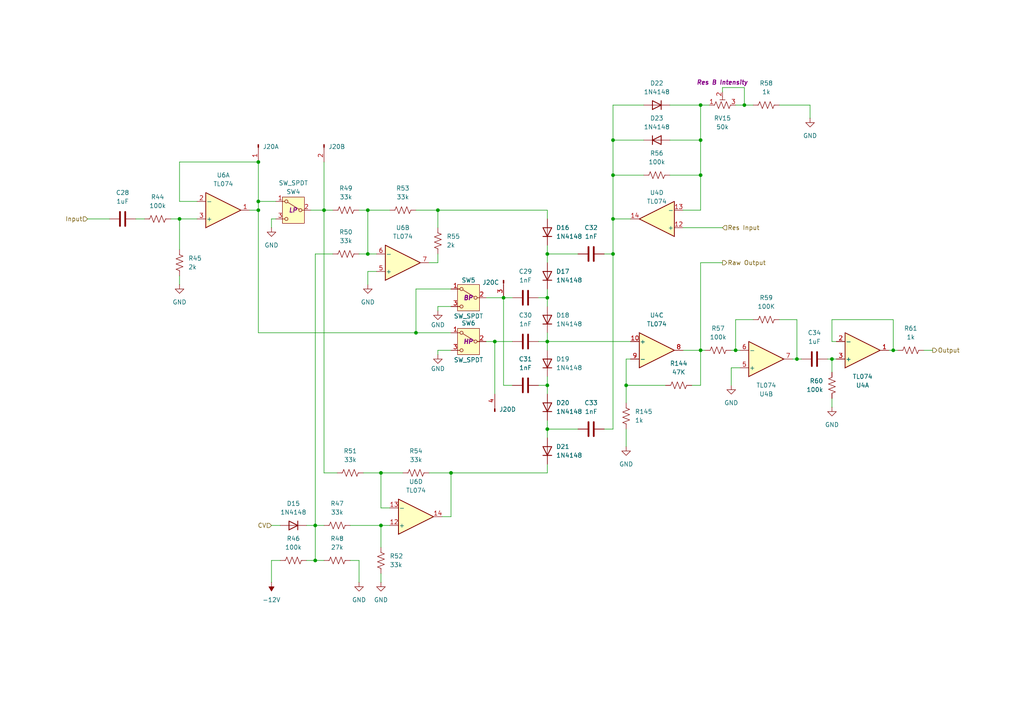
<source format=kicad_sch>
(kicad_sch (version 20250114) (generator "eeschema") (generator_version "9.0")
  (paper "A4")
  (title_block (company "DMH Instruments") (comment 1 "PCB for 15cm Kosmo format synthesizer module"))
  (lib_symbols
    (symbol "Amplifier_Operational:TL074" (pin_names (offset 0.127))
      (property "Reference" "U" (at 0 5.08 0))
      (property "Value" "TL074" (at 0 -5.08 0))
      (symbol "TL074_1_1"
        (polyline (pts (xy -5.08 5.08) (xy 5.08 0) (xy -5.08 -5.08) (xy -5.08 5.08)) (stroke (width 0.254)) (fill (type background)))
        (pin input line (at -7.62 2.54 0) (length 2.54) (name "+") (number "3"))
        (pin input line (at -7.62 -2.54 0) (length 2.54) (name "-") (number "2"))
        (pin output line (at 7.62 0 180) (length 2.54) (name "~") (number "1"))
      )
      (symbol "TL074_2_1"
        (polyline (pts (xy -5.08 5.08) (xy 5.08 0) (xy -5.08 -5.08) (xy -5.08 5.08)) (stroke (width 0.254)) (fill (type background)))
        (pin input line (at -7.62 2.54 0) (length 2.54) (name "+") (number "5"))
        (pin input line (at -7.62 -2.54 0) (length 2.54) (name "-") (number "6"))
        (pin output line (at 7.62 0 180) (length 2.54) (name "~") (number "7"))
      )
      (symbol "TL074_3_1"
        (polyline (pts (xy -5.08 5.08) (xy 5.08 0) (xy -5.08 -5.08) (xy -5.08 5.08)) (stroke (width 0.254)) (fill (type background)))
        (pin input line (at -7.62 2.54 0) (length 2.54) (name "+") (number "10"))
        (pin input line (at -7.62 -2.54 0) (length 2.54) (name "-") (number "9"))
        (pin output line (at 7.62 0 180) (length 2.54) (name "~") (number "8"))
      )
      (symbol "TL074_4_1"
        (polyline (pts (xy -5.08 5.08) (xy 5.08 0) (xy -5.08 -5.08) (xy -5.08 5.08)) (stroke (width 0.254)) (fill (type background)))
        (pin input line (at -7.62 2.54 0) (length 2.54) (name "+") (number "12"))
        (pin input line (at -7.62 -2.54 0) (length 2.54) (name "-") (number "13"))
        (pin output line (at 7.62 0 180) (length 2.54) (name "~") (number "14"))
      )
      (symbol "TL074_5_1"
        (pin power_in line (at -2.54 7.62 270) (length 3.81) (name "V+") (number "4"))
        (pin power_in line (at -2.54 -7.62 90) (length 3.81) (name "V-") (number "11"))
      )
    )
    (symbol "Device:C" (pin_numbers (hide yes)) (pin_names (offset 0.254))
      (property "Reference" "C" (at 0.635 2.54 0))
      (property "Value" "C" (at 0.635 -2.54 0))
      (symbol "C_0_1"
        (polyline (pts (xy -2.032 0.762) (xy 2.032 0.762)) (stroke (width 0.508)))
        (polyline (pts (xy -2.032 -0.762) (xy 2.032 -0.762)) (stroke (width 0.508)))
      )
      (symbol "C_1_1"
        (pin passive line (at 0 3.81 270) (length 2.794) (name "~") (number "1"))
        (pin passive line (at 0 -3.81 90) (length 2.794) (name "~") (number "2"))
      )
    )
    (symbol "Device:R_Potentiometer_Trim_US" (pin_names (offset 1.016) (hide yes))
      (property "Reference" "RV" (at -4.445 0 90))
      (property "Value" "R_Potentiometer_Trim_US" (at -2.54 0 90))
      (symbol "R_Potentiometer_Trim_US_0_1"
        (polyline (pts (xy 0 2.286) (xy 0 2.54)))
        (polyline (pts (xy 0 2.286) (xy 1.016 1.905) (xy 0 1.524) (xy -1.016 1.143) (xy 0 0.762)))
        (polyline (pts (xy 0 0.762) (xy 1.016 0.381) (xy 0 0) (xy -1.016 -0.381) (xy 0 -0.762)))
        (polyline (pts (xy 0 -0.762) (xy 1.016 -1.143) (xy 0 -1.524) (xy -1.016 -1.905) (xy 0 -2.286)))
        (polyline (pts (xy 0 -2.286) (xy 0 -2.54)))
        (polyline (pts (xy 1.524 0.762) (xy 1.524 -0.762)))
        (polyline (pts (xy 2.54 0) (xy 1.524 0)))
      )
      (symbol "R_Potentiometer_Trim_US_1_1"
        (pin passive line (at 0 3.81 270) (length 1.27) (name "1") (number "1"))
        (pin passive line (at 0 -3.81 90) (length 1.27) (name "3") (number "3"))
        (pin passive line (at 3.81 0 180) (length 1.27) (name "2") (number "2"))
      )
    )
    (symbol "Device:R_US" (pin_numbers (hide yes)) (pin_names (offset 0))
      (property "Reference" "R" (at 2.54 0 90))
      (property "Value" "R_US" (at -2.54 0 90))
      (symbol "R_US_0_1"
        (polyline (pts (xy 0 2.286) (xy 0 2.54)))
        (polyline (pts (xy 0 2.286) (xy 1.016 1.905) (xy 0 1.524) (xy -1.016 1.143) (xy 0 0.762)))
        (polyline (pts (xy 0 0.762) (xy 1.016 0.381) (xy 0 0) (xy -1.016 -0.381) (xy 0 -0.762)))
        (polyline (pts (xy 0 -0.762) (xy 1.016 -1.143) (xy 0 -1.524) (xy -1.016 -1.905) (xy 0 -2.286)))
        (polyline (pts (xy 0 -2.286) (xy 0 -2.54)))
      )
      (symbol "R_US_1_1"
        (pin passive line (at 0 3.81 270) (length 1.27) (name "~") (number "1"))
        (pin passive line (at 0 -3.81 90) (length 1.27) (name "~") (number "2"))
      )
    )
    (symbol "Diode:1N4148" (pin_numbers (hide yes)) (pin_names (hide yes))
      (property "Reference" "D" (at 0 2.54 0))
      (property "Value" "1N4148" (at 0 -2.54 0))
      (symbol "1N4148_0_1"
        (polyline (pts (xy -1.27 1.27) (xy -1.27 -1.27)) (stroke (width 0.254)))
        (polyline (pts (xy 1.27 1.27) (xy 1.27 -1.27) (xy -1.27 0) (xy 1.27 1.27)) (stroke (width 0.254)))
        (polyline (pts (xy 1.27 0) (xy -1.27 0)))
      )
      (symbol "1N4148_1_1"
        (pin passive line (at -3.81 0 0) (length 2.54) (name "K") (number "1"))
        (pin passive line (at 3.81 0 180) (length 2.54) (name "A") (number "2"))
      )
    )
    (symbol "Switch:SW_SPDT" (pin_names (offset 0) (hide yes))
      (property "Reference" "SW" (at 0 5.08 0))
      (property "Value" "SW_SPDT" (at 0 -5.08 0))
      (symbol "SW_SPDT_0_1"
        (circle (center -2.032 0) (radius 0.4572))
        (polyline (pts (xy -1.651 0.254) (xy 1.651 2.286)))
        (circle (center 2.032 2.54) (radius 0.4572))
        (circle (center 2.032 -2.54) (radius 0.4572))
      )
      (symbol "SW_SPDT_1_1"
        (rectangle (start -3.175 3.81) (end 3.175 -3.81) (fill (type background)))
        (pin passive line (at -5.08 0 0) (length 2.54) (name "B") (number "2"))
        (pin passive line (at 5.08 2.54 180) (length 2.54) (name "A") (number "1"))
        (pin passive line (at 5.08 -2.54 180) (length 2.54) (name "C") (number "3"))
      )
    )
    (symbol "SynthStuff:Conn_01x04_PinHeader" (pin_names (offset 1.016) (hide yes))
      (property "Reference" "J" (at 0 2.54 0))
      (symbol "Conn_01x04_PinHeader_1_1"
        (rectangle (start 0.8636 0.127) (end 0 -0.127) (stroke (width 0.1524)) (fill (type outline)))
        (polyline (pts (xy 1.27 0) (xy 0.8636 0)) (stroke (width 0.1524)))
        (pin passive line (at 5.08 0 180) (length 3.81) (name "Pin_1") (number "1"))
      )
      (symbol "Conn_01x04_PinHeader_2_1"
        (rectangle (start 0.8636 0.127) (end 0 -0.127) (stroke (width 0.1524)) (fill (type outline)))
        (polyline (pts (xy 1.27 0) (xy 0.8636 0)) (stroke (width 0.1524)))
        (pin passive line (at 5.08 0 180) (length 3.81) (name "Pin_2") (number "2"))
      )
      (symbol "Conn_01x04_PinHeader_3_1"
        (rectangle (start 0.8636 0.127) (end 0 -0.127) (stroke (width 0.1524)) (fill (type outline)))
        (polyline (pts (xy 1.27 0) (xy 0.8636 0)) (stroke (width 0.1524)))
        (pin passive line (at 5.08 0 180) (length 3.81) (name "Pin_3") (number "3"))
      )
      (symbol "Conn_01x04_PinHeader_4_1"
        (rectangle (start 0.8636 0.127) (end 0 -0.127) (stroke (width 0.1524)) (fill (type outline)))
        (polyline (pts (xy 1.27 0) (xy 0.8636 0)) (stroke (width 0.1524)))
        (pin passive line (at 5.08 0 180) (length 3.81) (name "Pin_4") (number "4"))
      )
    )
    (symbol "power:-12V" (power) (pin_numbers (hide yes)) (pin_names (offset 0) (hide yes))
      (property "Value" "-12V" (at 0 3.556 0))
      (symbol "-12V_0_0"
        (pin power_in line (at 0 0 90) (length 0) (name "~") (number "1"))
      )
      (symbol "-12V_0_1"
        (polyline (pts (xy 0 0) (xy 0 1.27) (xy 0.762 1.27) (xy 0 2.54) (xy -0.762 1.27) (xy 0 1.27)) (fill (type outline)))
      )
    )
    (symbol "power:GND" (power) (pin_numbers (hide yes)) (pin_names (offset 0) (hide yes))
      (property "Value" "GND" (at 0 -3.81 0))
      (symbol "GND_0_1"
        (polyline (pts (xy 0 0) (xy 0 -1.27) (xy 1.27 -1.27) (xy 0 -2.54) (xy -1.27 -1.27) (xy 0 -1.27)))
      )
      (symbol "GND_1_1"
        (pin power_in line (at 0 0 270) (length 0) (name "~") (number "1"))
      )
    )
  )
  (junction (at 110.49 137.16))
  (junction (at 74.93 58.42))
  (junction (at 213.36 101.6))
  (junction (at 241.3 104.14))
  (junction (at 177.8 63.5))
  (junction (at 110.49 152.4))
  (junction (at 231.14 104.14))
  (junction (at 259.08 101.6))
  (junction (at 177.8 50.8))
  (junction (at 181.61 111.76))
  (junction (at 177.8 40.64))
  (junction (at 106.68 73.66))
  (junction (at 143.51 99.06))
  (junction (at 52.07 63.5))
  (junction (at 203.2 30.48))
  (junction (at 74.93 60.96))
  (junction (at 130.81 137.16))
  (junction (at 93.98 60.96))
  (junction (at 158.75 124.46))
  (junction (at 203.2 40.64))
  (junction (at 158.75 99.06))
  (junction (at 158.75 73.66))
  (junction (at 158.75 111.76))
  (junction (at 91.44 152.4))
  (junction (at 203.2 101.6))
  (junction (at 74.93 46.99))
  (junction (at 177.8 73.66))
  (junction (at 146.05 86.36))
  (junction (at 120.65 96.52))
  (junction (at 203.2 50.8))
  (junction (at 106.68 60.96))
  (junction (at 91.44 162.56))
  (junction (at 215.9 30.48))
  (junction (at 158.75 86.36))
  (junction (at 127 60.96))
  (wire (pts (xy 203.2 30.48) (xy 205.74 30.48)))
  (wire (pts (xy 120.65 83.82) (xy 130.81 83.82)))
  (wire (pts (xy 181.61 124.46) (xy 181.61 129.54)))
  (wire (pts (xy 143.51 99.06) (xy 143.51 114.3)))
  (wire (pts (xy 78.74 162.56) (xy 78.74 168.91)))
  (wire (pts (xy 106.68 60.96) (xy 106.68 73.66)))
  (wire (pts (xy 241.3 115.57) (xy 241.3 118.11)))
  (wire (pts (xy 156.21 111.76) (xy 158.75 111.76)))
  (wire (pts (xy 106.68 73.66) (xy 109.22 73.66)))
  (wire (pts (xy 130.81 96.52) (xy 120.65 96.52)))
  (wire (pts (xy 91.44 152.4) (xy 91.44 162.56)))
  (wire (pts (xy 52.07 63.5) (xy 57.15 63.5)))
  (wire (pts (xy 186.69 50.8) (xy 177.8 50.8)))
  (wire (pts (xy 259.08 101.6) (xy 257.81 101.6)))
  (wire (pts (xy 213.36 92.71) (xy 213.36 101.6)))
  (wire (pts (xy 130.81 149.86) (xy 128.27 149.86)))
  (wire (pts (xy 158.75 96.52) (xy 158.75 99.06)))
  (wire (pts (xy 175.26 124.46) (xy 177.8 124.46)))
  (wire (pts (xy 158.75 83.82) (xy 158.75 86.36)))
  (wire (pts (xy 231.14 104.14) (xy 232.41 104.14)))
  (wire (pts (xy 209.55 25.4) (xy 215.9 25.4)))
  (wire (pts (xy 130.81 137.16) (xy 130.81 149.86)))
  (wire (pts (xy 215.9 30.48) (xy 218.44 30.48)))
  (wire (pts (xy 158.75 111.76) (xy 158.75 114.3)))
  (wire (pts (xy 109.22 78.74) (xy 106.68 78.74)))
  (wire (pts (xy 104.14 162.56) (xy 104.14 168.91)))
  (wire (pts (xy 203.2 30.48) (xy 203.2 40.64)))
  (wire (pts (xy 203.2 40.64) (xy 203.2 50.8)))
  (wire (pts (xy 80.01 63.5) (xy 78.74 63.5)))
  (wire (pts (xy 120.65 96.52) (xy 120.65 83.82)))
  (wire (pts (xy 177.8 50.8) (xy 177.8 63.5)))
  (wire (pts (xy 241.3 104.14) (xy 242.57 104.14)))
  (wire (pts (xy 52.07 58.42) (xy 57.15 58.42)))
  (wire (pts (xy 212.09 101.6) (xy 213.36 101.6)))
  (wire (pts (xy 181.61 111.76) (xy 181.61 116.84)))
  (wire (pts (xy 240.03 104.14) (xy 241.3 104.14)))
  (wire (pts (xy 259.08 101.6) (xy 260.35 101.6)))
  (wire (pts (xy 72.39 60.96) (xy 74.93 60.96)))
  (wire (pts (xy 110.49 152.4) (xy 113.03 152.4)))
  (wire (pts (xy 140.97 99.06) (xy 143.51 99.06)))
  (wire (pts (xy 120.65 60.96) (xy 127 60.96)))
  (wire (pts (xy 181.61 111.76) (xy 193.04 111.76)))
  (wire (pts (xy 167.64 73.66) (xy 158.75 73.66)))
  (wire (pts (xy 231.14 92.71) (xy 231.14 104.14)))
  (wire (pts (xy 158.75 99.06) (xy 182.88 99.06)))
  (wire (pts (xy 182.88 63.5) (xy 177.8 63.5)))
  (wire (pts (xy 198.12 101.6) (xy 203.2 101.6)))
  (wire (pts (xy 146.05 86.36) (xy 146.05 111.76)))
  (wire (pts (xy 156.21 86.36) (xy 158.75 86.36)))
  (wire (pts (xy 52.07 46.99) (xy 52.07 58.42)))
  (wire (pts (xy 229.87 104.14) (xy 231.14 104.14)))
  (wire (pts (xy 74.93 46.99) (xy 52.07 46.99)))
  (wire (pts (xy 241.3 104.14) (xy 241.3 107.95)))
  (wire (pts (xy 93.98 60.96) (xy 96.52 60.96)))
  (wire (pts (xy 203.2 101.6) (xy 204.47 101.6)))
  (wire (pts (xy 215.9 25.4) (xy 215.9 30.48)))
  (wire (pts (xy 213.36 101.6) (xy 214.63 101.6)))
  (wire (pts (xy 181.61 104.14) (xy 181.61 111.76)))
  (wire (pts (xy 186.69 30.48) (xy 177.8 30.48)))
  (wire (pts (xy 127 88.9) (xy 130.81 88.9)))
  (wire (pts (xy 105.41 137.16) (xy 110.49 137.16)))
  (wire (pts (xy 74.93 58.42) (xy 74.93 46.99)))
  (wire (pts (xy 110.49 152.4) (xy 110.49 158.75)))
  (wire (pts (xy 218.44 92.71) (xy 213.36 92.71)))
  (wire (pts (xy 101.6 152.4) (xy 110.49 152.4)))
  (wire (pts (xy 234.95 30.48) (xy 234.95 34.29)))
  (wire (pts (xy 81.28 162.56) (xy 78.74 162.56)))
  (wire (pts (xy 127 90.17) (xy 127 88.9)))
  (wire (pts (xy 127 60.96) (xy 127 66.04)))
  (wire (pts (xy 158.75 137.16) (xy 130.81 137.16)))
  (wire (pts (xy 146.05 111.76) (xy 148.59 111.76)))
  (wire (pts (xy 203.2 60.96) (xy 198.12 60.96)))
  (wire (pts (xy 214.63 106.68) (xy 212.09 106.68)))
  (wire (pts (xy 158.75 60.96) (xy 127 60.96)))
  (wire (pts (xy 91.44 152.4) (xy 93.98 152.4)))
  (wire (pts (xy 226.06 92.71) (xy 231.14 92.71)))
  (wire (pts (xy 127 101.6) (xy 127 102.87)))
  (wire (pts (xy 158.75 86.36) (xy 158.75 88.9)))
  (wire (pts (xy 200.66 111.76) (xy 203.2 111.76)))
  (wire (pts (xy 267.97 101.6) (xy 270.51 101.6)))
  (wire (pts (xy 177.8 73.66) (xy 177.8 124.46)))
  (wire (pts (xy 213.36 30.48) (xy 215.9 30.48)))
  (wire (pts (xy 106.68 60.96) (xy 113.03 60.96)))
  (wire (pts (xy 226.06 30.48) (xy 234.95 30.48)))
  (wire (pts (xy 93.98 46.99) (xy 93.98 60.96)))
  (wire (pts (xy 124.46 76.2) (xy 127 76.2)))
  (wire (pts (xy 104.14 60.96) (xy 106.68 60.96)))
  (wire (pts (xy 88.9 162.56) (xy 91.44 162.56)))
  (wire (pts (xy 78.74 152.4) (xy 81.28 152.4)))
  (wire (pts (xy 140.97 86.36) (xy 146.05 86.36)))
  (wire (pts (xy 158.75 99.06) (xy 158.75 101.6)))
  (wire (pts (xy 110.49 137.16) (xy 116.84 137.16)))
  (wire (pts (xy 181.61 104.14) (xy 182.88 104.14)))
  (wire (pts (xy 91.44 162.56) (xy 93.98 162.56)))
  (wire (pts (xy 203.2 101.6) (xy 203.2 111.76)))
  (wire (pts (xy 156.21 99.06) (xy 158.75 99.06)))
  (wire (pts (xy 49.53 63.5) (xy 52.07 63.5)))
  (wire (pts (xy 242.57 99.06) (xy 241.3 99.06)))
  (wire (pts (xy 127 76.2) (xy 127 73.66)))
  (wire (pts (xy 110.49 137.16) (xy 110.49 147.32)))
  (wire (pts (xy 177.8 63.5) (xy 177.8 73.66)))
  (wire (pts (xy 25.4 63.5) (xy 31.75 63.5)))
  (wire (pts (xy 194.31 30.48) (xy 203.2 30.48)))
  (wire (pts (xy 158.75 109.22) (xy 158.75 111.76)))
  (wire (pts (xy 91.44 73.66) (xy 91.44 152.4)))
  (wire (pts (xy 90.17 60.96) (xy 93.98 60.96)))
  (wire (pts (xy 96.52 73.66) (xy 91.44 73.66)))
  (wire (pts (xy 124.46 137.16) (xy 130.81 137.16)))
  (wire (pts (xy 241.3 92.71) (xy 259.08 92.71)))
  (wire (pts (xy 194.31 50.8) (xy 203.2 50.8)))
  (wire (pts (xy 175.26 73.66) (xy 177.8 73.66)))
  (wire (pts (xy 186.69 40.64) (xy 177.8 40.64)))
  (wire (pts (xy 78.74 63.5) (xy 78.74 66.04)))
  (wire (pts (xy 74.93 96.52) (xy 120.65 96.52)))
  (wire (pts (xy 101.6 162.56) (xy 104.14 162.56)))
  (wire (pts (xy 52.07 80.01) (xy 52.07 82.55)))
  (wire (pts (xy 39.37 63.5) (xy 41.91 63.5)))
  (wire (pts (xy 158.75 63.5) (xy 158.75 60.96)))
  (wire (pts (xy 148.59 86.36) (xy 146.05 86.36)))
  (wire (pts (xy 177.8 30.48) (xy 177.8 40.64)))
  (wire (pts (xy 93.98 137.16) (xy 97.79 137.16)))
  (wire (pts (xy 177.8 40.64) (xy 177.8 50.8)))
  (wire (pts (xy 158.75 73.66) (xy 158.75 76.2)))
  (wire (pts (xy 143.51 99.06) (xy 148.59 99.06)))
  (wire (pts (xy 74.93 60.96) (xy 74.93 58.42)))
  (wire (pts (xy 106.68 78.74) (xy 106.68 82.55)))
  (wire (pts (xy 110.49 166.37) (xy 110.49 168.91)))
  (wire (pts (xy 52.07 63.5) (xy 52.07 72.39)))
  (wire (pts (xy 198.12 66.04) (xy 209.55 66.04)))
  (wire (pts (xy 241.3 99.06) (xy 241.3 92.71)))
  (wire (pts (xy 158.75 121.92) (xy 158.75 124.46)))
  (wire (pts (xy 158.75 71.12) (xy 158.75 73.66)))
  (wire (pts (xy 259.08 92.71) (xy 259.08 101.6)))
  (wire (pts (xy 130.81 101.6) (xy 127 101.6)))
  (wire (pts (xy 104.14 73.66) (xy 106.68 73.66)))
  (wire (pts (xy 158.75 134.62) (xy 158.75 137.16)))
  (wire (pts (xy 110.49 147.32) (xy 113.03 147.32)))
  (wire (pts (xy 158.75 124.46) (xy 158.75 127)))
  (wire (pts (xy 203.2 50.8) (xy 203.2 60.96)))
  (wire (pts (xy 74.93 60.96) (xy 74.93 96.52)))
  (wire (pts (xy 88.9 152.4) (xy 91.44 152.4)))
  (wire (pts (xy 194.31 40.64) (xy 203.2 40.64)))
  (wire (pts (xy 93.98 60.96) (xy 93.98 137.16)))
  (wire (pts (xy 209.55 26.67) (xy 209.55 25.4)))
  (wire (pts (xy 158.75 124.46) (xy 167.64 124.46)))
  (wire (pts (xy 74.93 58.42) (xy 80.01 58.42)))
  (wire (pts (xy 203.2 76.2) (xy 209.55 76.2)))
  (wire (pts (xy 212.09 106.68) (xy 212.09 111.76)))
  (wire (pts (xy 203.2 76.2) (xy 203.2 101.6)))
  (hierarchical_label "Res Input" (shape input) (at 209.55 66.04 0))
  (hierarchical_label "Output" (shape output) (at 270.51 101.6 0))
  (hierarchical_label "CV" (shape input) (at 78.74 152.4 180))
  (hierarchical_label "Raw Output" (shape output) (at 209.55 76.2 0))
  (hierarchical_label "Input" (shape input) (at 25.4 63.5 180))
  (symbol (lib_id "Device:R_US") (at 85.09 162.56 90) (unit 1)
    (property "Reference" "R46" (at 85.09 156.21 90))
    (property "Value" "100k" (at 85.09 158.75 90))
    (property "Footprint" "Resistor_THT:R_Axial_DIN0207_L6.3mm_D2.5mm_P7.62mm_Horizontal" (effects (hide yes)))
    (property "Description" "Resistor, US symbol" (effects (hide yes)))
  )
  (symbol (lib_id "power:-12V") (at 78.74 168.91 180) (unit 1)
    (property "Reference" "#PWR046" (effects (hide yes)))
    (property "Value" "-12V" (at 78.74 173.99 0))
    (property "Description" "Power symbol creates a global label with name \"-12V\"" (effects (hide yes)))
  )
  (symbol (lib_id "Device:C") (at 152.4 99.06 90) (unit 1)
    (property "Reference" "C30" (at 152.4 91.44 90))
    (property "Value" "1nF" (at 152.4 93.98 90))
    (property "Footprint" "Capacitor_THT:C_Disc_D4.3mm_W1.9mm_P5.00mm" (effects (hide yes)))
    (property "Description" "Unpolarized capacitor" (effects (hide yes)))
  )
  (symbol (lib_id "SynthStuff:Conn_01x04_PinHeader") (at 74.93 41.91 270) (unit 1)
    (property "Reference" "J20" (at 76.2 42.5449 90) (effects (justify left)))
    (property "Value" "Conn_01x04_PinHeader" (effects (hide yes)))
    (property "Footprint" "Connector_PinHeader_2.54mm:PinHeader_1x04_P2.54mm_Vertical" (effects (hide yes)))
    (property "Description" "Generic connector, single row, 01x04" (effects (hide yes)))
  )
  (symbol (lib_id "Device:R_US") (at 52.07 76.2 180) (unit 1)
    (property "Reference" "R45" (at 54.61 74.9299 0) (effects (justify right)))
    (property "Value" "2k" (at 54.61 77.4699 0) (effects (justify right)))
    (property "Footprint" "Resistor_THT:R_Axial_DIN0207_L6.3mm_D2.5mm_P7.62mm_Horizontal" (effects (hide yes)))
    (property "Description" "Resistor, US symbol" (effects (hide yes)))
  )
  (symbol (lib_id "Device:R_US") (at 127 69.85 180) (unit 1)
    (property "Reference" "R55" (at 129.54 68.5799 0) (effects (justify right)))
    (property "Value" "2k" (at 129.54 71.1199 0) (effects (justify right)))
    (property "Footprint" "Resistor_THT:R_Axial_DIN0207_L6.3mm_D2.5mm_P7.62mm_Horizontal" (effects (hide yes)))
    (property "Description" "Resistor, US symbol" (effects (hide yes)))
  )
  (symbol (lib_id "Device:R_US") (at 100.33 73.66 90) (unit 1)
    (property "Reference" "R50" (at 100.33 67.31 90))
    (property "Value" "33k" (at 100.33 69.85 90))
    (property "Footprint" "Resistor_THT:R_Axial_DIN0207_L6.3mm_D2.5mm_P7.62mm_Horizontal" (effects (hide yes)))
    (property "Description" "Resistor, US symbol" (effects (hide yes)))
  )
  (symbol (lib_id "power:GND") (at 241.3 118.11 0) (unit 1)
    (property "Reference" "#PWR054" (effects (hide yes)))
    (property "Value" "GND" (at 241.3 123.19 0))
    (property "Description" "Power symbol creates a global label with name \"GND\" , ground" (effects (hide yes)))
  )
  (symbol (lib_id "Device:R_US") (at 196.85 111.76 90) (unit 1)
    (property "Reference" "R144" (at 196.85 105.41 90))
    (property "Value" "47K" (at 196.85 107.95 90))
    (property "Footprint" "Resistor_THT:R_Axial_DIN0207_L6.3mm_D2.5mm_P7.62mm_Horizontal" (effects (hide yes)))
    (property "Description" "Resistor, US symbol" (effects (hide yes)))
  )
  (symbol (lib_id "Device:C") (at 152.4 111.76 90) (unit 1)
    (property "Reference" "C31" (at 152.4 104.14 90))
    (property "Value" "1nF" (at 152.4 106.68 90))
    (property "Footprint" "Capacitor_THT:C_Disc_D4.3mm_W1.9mm_P5.00mm" (effects (hide yes)))
    (property "Description" "Unpolarized capacitor" (effects (hide yes)))
  )
  (symbol (lib_id "Device:C") (at 35.56 63.5 90) (unit 1)
    (property "Reference" "C28" (at 35.56 55.88 90))
    (property "Value" "1uF" (at 35.56 58.42 90))
    (property "Footprint" "Capacitor_THT:C_Disc_D4.3mm_W1.9mm_P5.00mm" (effects (hide yes)))
    (property "Description" "Unpolarized capacitor" (effects (hide yes)))
  )
  (symbol (lib_id "Device:C") (at 152.4 86.36 90) (unit 1)
    (property "Reference" "C29" (at 152.4 78.74 90))
    (property "Value" "1nF" (at 152.4 81.28 90))
    (property "Footprint" "Capacitor_THT:C_Disc_D4.3mm_W1.9mm_P5.00mm" (effects (hide yes)))
    (property "Description" "Unpolarized capacitor" (effects (hide yes)))
  )
  (symbol (lib_id "Switch:SW_SPDT") (at 135.89 86.36 0) (mirror y) (unit 1) (on_board no)
    (property "Reference" "SW5" (at 135.89 81.28 0))
    (property "Value" "SW_SPDT" (at 135.89 91.694 0))
    (property "Footprint" "SynthStuff:Toggle_Switch_TE" (effects (hide yes)))
    (property "Description" "Switch, single pole double throw" (effects (hide yes)))
    (property "Function" "BP" (at 135.89 86.36 0) (effects (font (thickness 0.254) (bold yes) (italic yes))))
  )
  (symbol (lib_id "SynthStuff:Conn_01x04_PinHeader") (at 93.98 41.91 270) (unit 2)
    (property "Reference" "J20" (at 95.25 42.5449 90) (effects (justify left)))
    (property "Value" "Conn_01x04_PinHeader" (effects (hide yes)))
    (property "Footprint" "Connector_PinHeader_2.54mm:PinHeader_1x04_P2.54mm_Vertical" (effects (hide yes)))
    (property "Description" "Generic connector, single row, 01x04" (effects (hide yes)))
  )
  (symbol (lib_id "Device:C") (at 171.45 73.66 90) (unit 1)
    (property "Reference" "C32" (at 171.45 66.04 90))
    (property "Value" "1nF" (at 171.45 68.58 90))
    (property "Footprint" "Capacitor_THT:C_Disc_D4.3mm_W1.9mm_P5.00mm" (effects (hide yes)))
    (property "Description" "Unpolarized capacitor" (effects (hide yes)))
  )
  (symbol (lib_id "Amplifier_Operational:TL074") (at 190.5 63.5 180) (unit 4)
    (property "Reference" "U4" (at 190.5 55.88 0))
    (property "Value" "TL074" (at 190.5 58.42 0))
    (property "Footprint" "Package_DIP:DIP-14_W7.62mm_Socket" (effects (hide yes)))
    (property "Datasheet" "http://www.ti.com/lit/ds/symlink/tl071.pdf" (effects (hide yes)))
    (property "Description" "Quad Low-Noise JFET-Input Operational Amplifiers, DIP-14/SOIC-14" (effects (hide yes)))
  )
  (symbol (lib_id "Diode:1N4148") (at 190.5 30.48 180) (unit 1)
    (property "Reference" "D22" (at 190.5 24.13 0))
    (property "Value" "1N4148" (at 190.5 26.67 0))
    (property "Footprint" "Diode_THT:D_DO-35_SOD27_P7.62mm_Horizontal" (effects (hide yes)))
    (property "Datasheet" "https://assets.nexperia.com/documents/data-sheet/1N4148_1N4448.pdf" (effects (hide yes)))
    (property "Description" "100V 0.15A standard switching diode, DO-35" (effects (hide yes)))
    (property "Sim.Device" "D" (effects (hide yes)))
    (property "Sim.Pins" "1=K 2=A" (effects (hide yes)))
  )
  (symbol (lib_id "Device:R_US") (at 101.6 137.16 90) (unit 1)
    (property "Reference" "R51" (at 101.6 130.81 90))
    (property "Value" "33k" (at 101.6 133.35 90))
    (property "Footprint" "Resistor_THT:R_Axial_DIN0207_L6.3mm_D2.5mm_P7.62mm_Horizontal" (effects (hide yes)))
    (property "Description" "Resistor, US symbol" (effects (hide yes)))
  )
  (symbol (lib_id "Device:R_US") (at 110.49 162.56 180) (unit 1)
    (property "Reference" "R52" (at 113.03 161.2899 0) (effects (justify right)))
    (property "Value" "33k" (at 113.03 163.8299 0) (effects (justify right)))
    (property "Footprint" "Resistor_THT:R_Axial_DIN0207_L6.3mm_D2.5mm_P7.62mm_Horizontal" (effects (hide yes)))
    (property "Description" "Resistor, US symbol" (effects (hide yes)))
  )
  (symbol (lib_id "Diode:1N4148") (at 158.75 67.31 90) (unit 1)
    (property "Reference" "D16" (at 161.29 66.0399 90) (effects (justify right)))
    (property "Value" "1N4148" (at 161.29 68.5799 90) (effects (justify right)))
    (property "Footprint" "Diode_THT:D_DO-35_SOD27_P7.62mm_Horizontal" (effects (hide yes)))
    (property "Datasheet" "https://assets.nexperia.com/documents/data-sheet/1N4148_1N4448.pdf" (effects (hide yes)))
    (property "Description" "100V 0.15A standard switching diode, DO-35" (effects (hide yes)))
    (property "Sim.Device" "D" (effects (hide yes)))
    (property "Sim.Pins" "1=K 2=A" (effects (hide yes)))
  )
  (symbol (lib_id "Device:R_Potentiometer_Trim_US") (at 209.55 30.48 90) (unit 1)
    (property "Reference" "RV15" (at 209.55 34.29 90))
    (property "Value" "50k" (at 209.55 36.83 90))
    (property "Footprint" "Potentiometer_THT:Potentiometer_Bourns_3296W_Vertical" (effects (hide yes)))
    (property "Description" "Trim-potentiometer, US symbol" (effects (hide yes)))
    (property "Function" "Res B Intensity" (at 209.55 23.876 90) (effects (font (thickness 0.254) (bold yes) (italic yes))))
  )
  (symbol (lib_id "Amplifier_Operational:TL074") (at 250.19 101.6 0) (mirror x) (unit 1)
    (property "Reference" "U4" (at 250.19 111.76 0))
    (property "Value" "TL074" (at 250.19 109.22 0))
    (property "Footprint" "Package_DIP:DIP-14_W7.62mm_Socket" (effects (hide yes)))
    (property "Datasheet" "http://www.ti.com/lit/ds/symlink/tl071.pdf" (effects (hide yes)))
    (property "Description" "Quad Low-Noise JFET-Input Operational Amplifiers, DIP-14/SOIC-14" (effects (hide yes)))
  )
  (symbol (lib_id "Device:R_US") (at 97.79 152.4 90) (unit 1)
    (property "Reference" "R47" (at 97.79 146.05 90))
    (property "Value" "33k" (at 97.79 148.59 90))
    (property "Footprint" "Resistor_THT:R_Axial_DIN0207_L6.3mm_D2.5mm_P7.62mm_Horizontal" (effects (hide yes)))
    (property "Description" "Resistor, US symbol" (effects (hide yes)))
  )
  (symbol (lib_id "Switch:SW_SPDT") (at 135.89 99.06 0) (mirror y) (unit 1) (on_board no)
    (property "Reference" "SW6" (at 135.89 93.726 0))
    (property "Value" "SW_SPDT" (at 135.89 104.394 0))
    (property "Footprint" "SynthStuff:Toggle_Switch_TE" (effects (hide yes)))
    (property "Description" "Switch, single pole double throw" (effects (hide yes)))
    (property "Function" "HP" (at 135.89 99.06 0) (effects (font (thickness 0.254) (bold yes) (italic yes))))
  )
  (symbol (lib_id "Device:R_US") (at 97.79 162.56 90) (unit 1)
    (property "Reference" "R48" (at 97.79 156.21 90))
    (property "Value" "27k" (at 97.79 158.75 90))
    (property "Footprint" "Resistor_THT:R_Axial_DIN0207_L6.3mm_D2.5mm_P7.62mm_Horizontal" (effects (hide yes)))
    (property "Description" "Resistor, US symbol" (effects (hide yes)))
  )
  (symbol (lib_id "Diode:1N4148") (at 85.09 152.4 180) (unit 1)
    (property "Reference" "D15" (at 85.09 146.05 0))
    (property "Value" "1N4148" (at 85.09 148.59 0))
    (property "Footprint" "Diode_THT:D_DO-35_SOD27_P7.62mm_Horizontal" (effects (hide yes)))
    (property "Datasheet" "https://assets.nexperia.com/documents/data-sheet/1N4148_1N4448.pdf" (effects (hide yes)))
    (property "Description" "100V 0.15A standard switching diode, DO-35" (effects (hide yes)))
    (property "Sim.Device" "D" (effects (hide yes)))
    (property "Sim.Pins" "1=K 2=A" (effects (hide yes)))
  )
  (symbol (lib_id "power:GND") (at 127 90.17 0) (unit 1)
    (property "Reference" "#PWR050" (effects (hide yes)))
    (property "Value" "GND" (at 127 94.234 0))
    (property "Description" "Power symbol creates a global label with name \"GND\" , ground" (effects (hide yes)))
  )
  (symbol (lib_id "Amplifier_Operational:TL074") (at 222.25 104.14 0) (mirror x) (unit 2)
    (property "Reference" "U4" (at 222.25 114.3 0))
    (property "Value" "TL074" (at 222.25 111.76 0))
    (property "Footprint" "Package_DIP:DIP-14_W7.62mm_Socket" (effects (hide yes)))
    (property "Datasheet" "http://www.ti.com/lit/ds/symlink/tl071.pdf" (effects (hide yes)))
    (property "Description" "Quad Low-Noise JFET-Input Operational Amplifiers, DIP-14/SOIC-14" (effects (hide yes)))
  )
  (symbol (lib_id "power:GND") (at 181.61 129.54 0) (unit 1)
    (property "Reference" "#PWR0110" (effects (hide yes)))
    (property "Value" "GND" (at 181.61 134.62 0))
    (property "Description" "Power symbol creates a global label with name \"GND\" , ground" (effects (hide yes)))
  )
  (symbol (lib_id "Diode:1N4148") (at 158.75 118.11 90) (unit 1)
    (property "Reference" "D20" (at 161.29 116.8399 90) (effects (justify right)))
    (property "Value" "1N4148" (at 161.29 119.3799 90) (effects (justify right)))
    (property "Footprint" "Diode_THT:D_DO-35_SOD27_P7.62mm_Horizontal" (effects (hide yes)))
    (property "Datasheet" "https://assets.nexperia.com/documents/data-sheet/1N4148_1N4448.pdf" (effects (hide yes)))
    (property "Description" "100V 0.15A standard switching diode, DO-35" (effects (hide yes)))
    (property "Sim.Device" "D" (effects (hide yes)))
    (property "Sim.Pins" "1=K 2=A" (effects (hide yes)))
  )
  (symbol (lib_id "power:GND") (at 106.68 82.55 0) (unit 1)
    (property "Reference" "#PWR048" (effects (hide yes)))
    (property "Value" "GND" (at 106.68 87.63 0))
    (property "Description" "Power symbol creates a global label with name \"GND\" , ground" (effects (hide yes)))
  )
  (symbol (lib_id "Device:R_US") (at 222.25 30.48 90) (unit 1)
    (property "Reference" "R58" (at 222.25 24.13 90))
    (property "Value" "1k" (at 222.25 26.67 90))
    (property "Footprint" "Resistor_THT:R_Axial_DIN0207_L6.3mm_D2.5mm_P7.62mm_Horizontal" (effects (hide yes)))
    (property "Description" "Resistor, US symbol" (effects (hide yes)))
  )
  (symbol (lib_id "Diode:1N4148") (at 158.75 80.01 90) (unit 1)
    (property "Reference" "D17" (at 161.29 78.7399 90) (effects (justify right)))
    (property "Value" "1N4148" (at 161.29 81.2799 90) (effects (justify right)))
    (property "Footprint" "Diode_THT:D_DO-35_SOD27_P7.62mm_Horizontal" (effects (hide yes)))
    (property "Datasheet" "https://assets.nexperia.com/documents/data-sheet/1N4148_1N4448.pdf" (effects (hide yes)))
    (property "Description" "100V 0.15A standard switching diode, DO-35" (effects (hide yes)))
    (property "Sim.Device" "D" (effects (hide yes)))
    (property "Sim.Pins" "1=K 2=A" (effects (hide yes)))
  )
  (symbol (lib_id "Device:C") (at 171.45 124.46 90) (unit 1)
    (property "Reference" "C33" (at 171.45 116.84 90))
    (property "Value" "1nF" (at 171.45 119.38 90))
    (property "Footprint" "Capacitor_THT:C_Disc_D4.3mm_W1.9mm_P5.00mm" (effects (hide yes)))
    (property "Description" "Unpolarized capacitor" (effects (hide yes)))
  )
  (symbol (lib_id "Device:R_US") (at 241.3 111.76 0) (mirror x) (unit 1)
    (property "Reference" "R60" (at 238.76 110.4899 0) (effects (justify right)))
    (property "Value" "100k" (at 238.76 113.0299 0) (effects (justify right)))
    (property "Footprint" "Resistor_THT:R_Axial_DIN0207_L6.3mm_D2.5mm_P7.62mm_Horizontal" (effects (hide yes)))
    (property "Description" "Resistor, US symbol" (effects (hide yes)))
  )
  (symbol (lib_id "power:GND") (at 127 102.87 0) (unit 1)
    (property "Reference" "#PWR051" (effects (hide yes)))
    (property "Value" "GND" (at 127 106.934 0))
    (property "Description" "Power symbol creates a global label with name \"GND\" , ground" (effects (hide yes)))
  )
  (symbol (lib_id "Diode:1N4148") (at 190.5 40.64 0) (unit 1)
    (property "Reference" "D23" (at 190.5 34.29 0))
    (property "Value" "1N4148" (at 190.5 36.83 0))
    (property "Footprint" "Diode_THT:D_DO-35_SOD27_P7.62mm_Horizontal" (effects (hide yes)))
    (property "Datasheet" "https://assets.nexperia.com/documents/data-sheet/1N4148_1N4448.pdf" (effects (hide yes)))
    (property "Description" "100V 0.15A standard switching diode, DO-35" (effects (hide yes)))
    (property "Sim.Device" "D" (effects (hide yes)))
    (property "Sim.Pins" "1=K 2=A" (effects (hide yes)))
  )
  (symbol (lib_id "Device:R_US") (at 120.65 137.16 90) (unit 1)
    (property "Reference" "R54" (at 120.65 130.81 90))
    (property "Value" "33k" (at 120.65 133.35 90))
    (property "Footprint" "Resistor_THT:R_Axial_DIN0207_L6.3mm_D2.5mm_P7.62mm_Horizontal" (effects (hide yes)))
    (property "Description" "Resistor, US symbol" (effects (hide yes)))
  )
  (symbol (lib_id "Diode:1N4148") (at 158.75 130.81 90) (unit 1)
    (property "Reference" "D21" (at 161.29 129.5399 90) (effects (justify right)))
    (property "Value" "1N4148" (at 161.29 132.0799 90) (effects (justify right)))
    (property "Footprint" "Diode_THT:D_DO-35_SOD27_P7.62mm_Horizontal" (effects (hide yes)))
    (property "Datasheet" "https://assets.nexperia.com/documents/data-sheet/1N4148_1N4448.pdf" (effects (hide yes)))
    (property "Description" "100V 0.15A standard switching diode, DO-35" (effects (hide yes)))
    (property "Sim.Device" "D" (effects (hide yes)))
    (property "Sim.Pins" "1=K 2=A" (effects (hide yes)))
  )
  (symbol (lib_id "power:GND") (at 52.07 82.55 0) (unit 1)
    (property "Reference" "#PWR044" (effects (hide yes)))
    (property "Value" "GND" (at 52.07 87.63 0))
    (property "Description" "Power symbol creates a global label with name \"GND\" , ground" (effects (hide yes)))
  )
  (symbol (lib_id "SynthStuff:Conn_01x04_PinHeader") (at 143.51 119.38 270) (mirror x) (unit 4)
    (property "Reference" "J20" (at 144.78 118.7449 90) (effects (justify left)))
    (property "Value" "Conn_01x04_PinHeader" (effects (hide yes)))
    (property "Footprint" "Connector_PinHeader_2.54mm:PinHeader_1x04_P2.54mm_Vertical" (effects (hide yes)))
    (property "Description" "Generic connector, single row, 01x04" (effects (hide yes)))
  )
  (symbol (lib_id "Device:C") (at 236.22 104.14 90) (unit 1)
    (property "Reference" "C34" (at 236.22 96.52 90))
    (property "Value" "1uF" (at 236.22 99.06 90))
    (property "Footprint" "Capacitor_THT:C_Disc_D4.3mm_W1.9mm_P5.00mm" (effects (hide yes)))
    (property "Description" "Unpolarized capacitor" (effects (hide yes)))
  )
  (symbol (lib_id "SynthStuff:Conn_01x04_PinHeader") (at 146.05 81.28 270) (unit 3)
    (property "Reference" "J20" (at 144.78 81.9149 90) (effects (justify right)))
    (property "Value" "Conn_01x04_PinHeader" (effects (hide yes)))
    (property "Footprint" "Connector_PinHeader_2.54mm:PinHeader_1x04_P2.54mm_Vertical" (effects (hide yes)))
    (property "Description" "Generic connector, single row, 01x04" (effects (hide yes)))
  )
  (symbol (lib_id "power:GND") (at 212.09 111.76 0) (unit 1)
    (property "Reference" "#PWR052" (effects (hide yes)))
    (property "Value" "GND" (at 212.09 116.84 0))
    (property "Description" "Power symbol creates a global label with name \"GND\" , ground" (effects (hide yes)))
  )
  (symbol (lib_id "power:GND") (at 234.95 34.29 0) (unit 1)
    (property "Reference" "#PWR053" (effects (hide yes)))
    (property "Value" "GND" (at 234.95 39.37 0))
    (property "Description" "Power symbol creates a global label with name \"GND\" , ground" (effects (hide yes)))
  )
  (symbol (lib_id "power:GND") (at 104.14 168.91 0) (unit 1)
    (property "Reference" "#PWR047" (effects (hide yes)))
    (property "Value" "GND" (at 104.14 173.99 0))
    (property "Description" "Power symbol creates a global label with name \"GND\" , ground" (effects (hide yes)))
  )
  (symbol (lib_id "Amplifier_Operational:TL074") (at 190.5 101.6 0) (unit 3)
    (property "Reference" "U4" (at 190.5 91.44 0))
    (property "Value" "TL074" (at 190.5 93.98 0))
    (property "Footprint" "Package_DIP:DIP-14_W7.62mm_Socket" (effects (hide yes)))
    (property "Datasheet" "http://www.ti.com/lit/ds/symlink/tl071.pdf" (effects (hide yes)))
    (property "Description" "Quad Low-Noise JFET-Input Operational Amplifiers, DIP-14/SOIC-14" (effects (hide yes)))
  )
  (symbol (lib_id "Device:R_US") (at 190.5 50.8 90) (unit 1)
    (property "Reference" "R56" (at 190.5 44.45 90))
    (property "Value" "100k" (at 190.5 46.99 90))
    (property "Footprint" "Resistor_THT:R_Axial_DIN0207_L6.3mm_D2.5mm_P7.62mm_Horizontal" (effects (hide yes)))
    (property "Description" "Resistor, US symbol" (effects (hide yes)))
  )
  (symbol (lib_id "Amplifier_Operational:TL074") (at 116.84 76.2 0) (mirror x) (unit 2)
    (property "Reference" "U6" (at 116.84 66.04 0))
    (property "Value" "TL074" (at 116.84 68.58 0))
    (property "Footprint" "Package_DIP:DIP-14_W7.62mm_Socket" (effects (hide yes)))
    (property "Datasheet" "http://www.ti.com/lit/ds/symlink/tl071.pdf" (effects (hide yes)))
    (property "Description" "Quad Low-Noise JFET-Input Operational Amplifiers, DIP-14/SOIC-14" (effects (hide yes)))
  )
  (symbol (lib_id "Switch:SW_SPDT") (at 85.09 60.96 0) (mirror y) (unit 1) (on_board no)
    (property "Reference" "SW4" (at 85.09 55.626 0))
    (property "Value" "SW_SPDT" (at 85.09 53.086 0))
    (property "Footprint" "SynthStuff:Toggle_Switch_TE" (effects (hide yes)))
    (property "Description" "Switch, single pole double throw" (effects (hide yes)))
    (property "Function" "LP" (at 85.09 60.96 0) (effects (font (thickness 0.254) (bold yes) (italic yes))))
  )
  (symbol (lib_id "Device:R_US") (at 116.84 60.96 90) (unit 1)
    (property "Reference" "R53" (at 116.84 54.61 90))
    (property "Value" "33k" (at 116.84 57.15 90))
    (property "Footprint" "Resistor_THT:R_Axial_DIN0207_L6.3mm_D2.5mm_P7.62mm_Horizontal" (effects (hide yes)))
    (property "Description" "Resistor, US symbol" (effects (hide yes)))
  )
  (symbol (lib_id "Device:R_US") (at 45.72 63.5 90) (unit 1)
    (property "Reference" "R44" (at 45.72 57.15 90))
    (property "Value" "100k" (at 45.72 59.69 90))
    (property "Footprint" "Resistor_THT:R_Axial_DIN0207_L6.3mm_D2.5mm_P7.62mm_Horizontal" (effects (hide yes)))
    (property "Description" "Resistor, US symbol" (effects (hide yes)))
  )
  (symbol (lib_id "Diode:1N4148") (at 158.75 92.71 90) (unit 1)
    (property "Reference" "D18" (at 161.29 91.4399 90) (effects (justify right)))
    (property "Value" "1N4148" (at 161.29 93.9799 90) (effects (justify right)))
    (property "Footprint" "Diode_THT:D_DO-35_SOD27_P7.62mm_Horizontal" (effects (hide yes)))
    (property "Datasheet" "https://assets.nexperia.com/documents/data-sheet/1N4148_1N4448.pdf" (effects (hide yes)))
    (property "Description" "100V 0.15A standard switching diode, DO-35" (effects (hide yes)))
    (property "Sim.Device" "D" (effects (hide yes)))
    (property "Sim.Pins" "1=K 2=A" (effects (hide yes)))
  )
  (symbol (lib_id "Device:R_US") (at 222.25 92.71 90) (unit 1)
    (property "Reference" "R59" (at 222.25 86.36 90))
    (property "Value" "100K" (at 222.25 88.9 90))
    (property "Footprint" "Resistor_THT:R_Axial_DIN0207_L6.3mm_D2.5mm_P7.62mm_Horizontal" (effects (hide yes)))
    (property "Description" "Resistor, US symbol" (effects (hide yes)))
  )
  (symbol (lib_id "Amplifier_Operational:TL074") (at 120.65 149.86 0) (mirror x) (unit 4)
    (property "Reference" "U6" (at 120.65 139.7 0))
    (property "Value" "TL074" (at 120.65 142.24 0))
    (property "Footprint" "Package_DIP:DIP-14_W7.62mm_Socket" (effects (hide yes)))
    (property "Datasheet" "http://www.ti.com/lit/ds/symlink/tl071.pdf" (effects (hide yes)))
    (property "Description" "Quad Low-Noise JFET-Input Operational Amplifiers, DIP-14/SOIC-14" (effects (hide yes)))
  )
  (symbol (lib_id "Device:R_US") (at 181.61 120.65 180) (unit 1)
    (property "Reference" "R145" (at 184.15 119.3799 0) (effects (justify right)))
    (property "Value" "1k" (at 184.15 121.9199 0) (effects (justify right)))
    (property "Footprint" "Resistor_THT:R_Axial_DIN0207_L6.3mm_D2.5mm_P7.62mm_Horizontal" (effects (hide yes)))
    (property "Description" "Resistor, US symbol" (effects (hide yes)))
  )
  (symbol (lib_id "Device:R_US") (at 100.33 60.96 90) (unit 1)
    (property "Reference" "R49" (at 100.33 54.61 90))
    (property "Value" "33k" (at 100.33 57.15 90))
    (property "Footprint" "Resistor_THT:R_Axial_DIN0207_L6.3mm_D2.5mm_P7.62mm_Horizontal" (effects (hide yes)))
    (property "Description" "Resistor, US symbol" (effects (hide yes)))
  )
  (symbol (lib_id "power:GND") (at 78.74 66.04 0) (unit 1)
    (property "Reference" "#PWR045" (effects (hide yes)))
    (property "Value" "GND" (at 78.74 71.12 0))
    (property "Description" "Power symbol creates a global label with name \"GND\" , ground" (effects (hide yes)))
  )
  (symbol (lib_id "power:GND") (at 110.49 168.91 0) (unit 1)
    (property "Reference" "#PWR049" (effects (hide yes)))
    (property "Value" "GND" (at 110.49 173.99 0))
    (property "Description" "Power symbol creates a global label with name \"GND\" , ground" (effects (hide yes)))
  )
  (symbol (lib_id "Diode:1N4148") (at 158.75 105.41 90) (unit 1)
    (property "Reference" "D19" (at 161.29 104.1399 90) (effects (justify right)))
    (property "Value" "1N4148" (at 161.29 106.6799 90) (effects (justify right)))
    (property "Footprint" "Diode_THT:D_DO-35_SOD27_P7.62mm_Horizontal" (effects (hide yes)))
    (property "Datasheet" "https://assets.nexperia.com/documents/data-sheet/1N4148_1N4448.pdf" (effects (hide yes)))
    (property "Description" "100V 0.15A standard switching diode, DO-35" (effects (hide yes)))
    (property "Sim.Device" "D" (effects (hide yes)))
    (property "Sim.Pins" "1=K 2=A" (effects (hide yes)))
  )
  (symbol (lib_id "Device:R_US") (at 264.16 101.6 90) (unit 1)
    (property "Reference" "R61" (at 264.16 95.25 90))
    (property "Value" "1k" (at 264.16 97.79 90))
    (property "Footprint" "Resistor_THT:R_Axial_DIN0207_L6.3mm_D2.5mm_P7.62mm_Horizontal" (effects (hide yes)))
    (property "Description" "Resistor, US symbol" (effects (hide yes)))
  )
  (symbol (lib_id "Device:R_US") (at 208.28 101.6 90) (unit 1)
    (property "Reference" "R57" (at 208.28 95.25 90))
    (property "Value" "100k" (at 208.28 97.79 90))
    (property "Footprint" "Resistor_THT:R_Axial_DIN0207_L6.3mm_D2.5mm_P7.62mm_Horizontal" (effects (hide yes)))
    (property "Description" "Resistor, US symbol" (effects (hide yes)))
  )
  (symbol (lib_id "Amplifier_Operational:TL074") (at 64.77 60.96 0) (mirror x) (unit 1)
    (property "Reference" "U6" (at 64.77 50.8 0))
    (property "Value" "TL074" (at 64.77 53.34 0))
    (property "Footprint" "Package_DIP:DIP-14_W7.62mm_Socket" (effects (hide yes)))
    (property "Datasheet" "http://www.ti.com/lit/ds/symlink/tl071.pdf" (effects (hide yes)))
    (property "Description" "Quad Low-Noise JFET-Input Operational Amplifiers, DIP-14/SOIC-14" (effects (hide yes)))
  )
)
</source>
